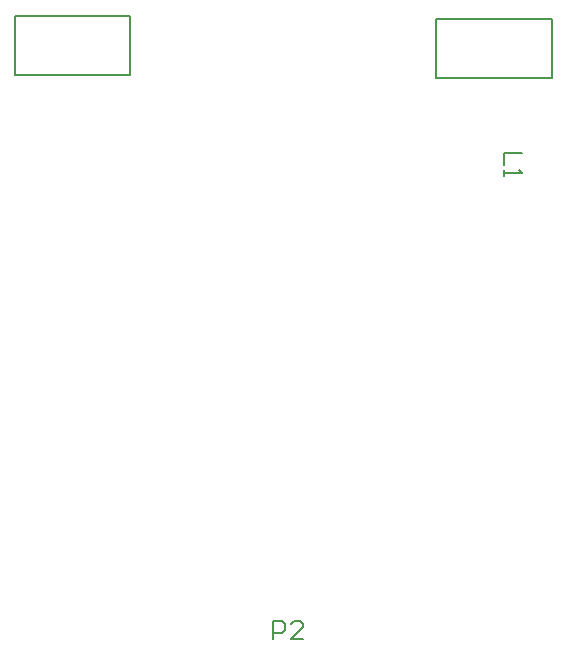
<source format=gbr>
%TF.GenerationSoftware,Altium Limited,Altium Designer,24.3.1 (35)*%
G04 Layer_Color=32896*
%FSLAX43Y43*%
%MOMM*%
%TF.SameCoordinates,9DAA59CA-406A-4E62-98C5-13318CB5E6F2*%
%TF.FilePolarity,Positive*%
%TF.FileFunction,Other,Top_Designator*%
%TF.Part,Single*%
G01*
G75*
%TA.AperFunction,NonConductor*%
%ADD41C,0.200*%
%ADD69C,0.150*%
D41*
X42298Y51329D02*
X52078D01*
X42298Y46369D02*
Y51329D01*
Y46369D02*
X52078D01*
Y51329D01*
X6586Y51558D02*
X16366D01*
X6586Y46598D02*
Y51558D01*
Y46598D02*
X16366D01*
Y51558D01*
D69*
X49518Y40025D02*
X48018D01*
Y39025D01*
Y38525D02*
Y38026D01*
Y38275D01*
X49518D01*
X49268Y38525D01*
X28468Y-1107D02*
Y393D01*
X29218D01*
X29468Y143D01*
Y-357D01*
X29218Y-607D01*
X28468D01*
X30968Y-1107D02*
X29968D01*
X30968Y-107D01*
Y143D01*
X30718Y393D01*
X30218D01*
X29968Y143D01*
%TF.MD5,5cb0536ec3ec87d7a78bbef3f7e01511*%
M02*

</source>
